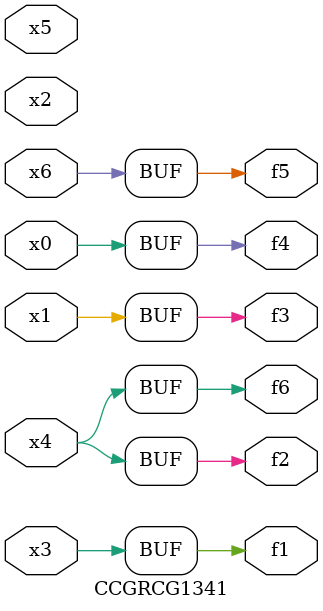
<source format=v>
module CCGRCG1341(
	input x0, x1, x2, x3, x4, x5, x6,
	output f1, f2, f3, f4, f5, f6
);
	assign f1 = x3;
	assign f2 = x4;
	assign f3 = x1;
	assign f4 = x0;
	assign f5 = x6;
	assign f6 = x4;
endmodule

</source>
